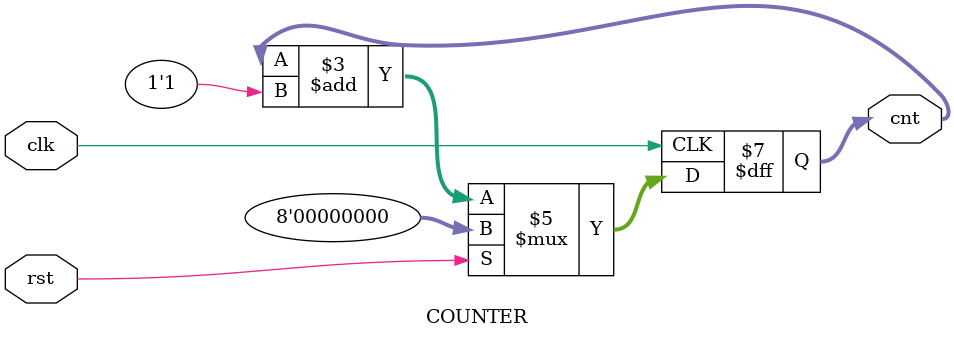
<source format=v>
module COUNTER(
    input clk,
    input rst,
    output reg [7:0] cnt
	 
    );
 
 
 
always @ (posedge(clk))  
begin
    if (rst == 1'b1)
        
        cnt <= 8'b0;
    else
        
        cnt <= cnt + 1'b1;
end
 
endmodule
	 
</source>
